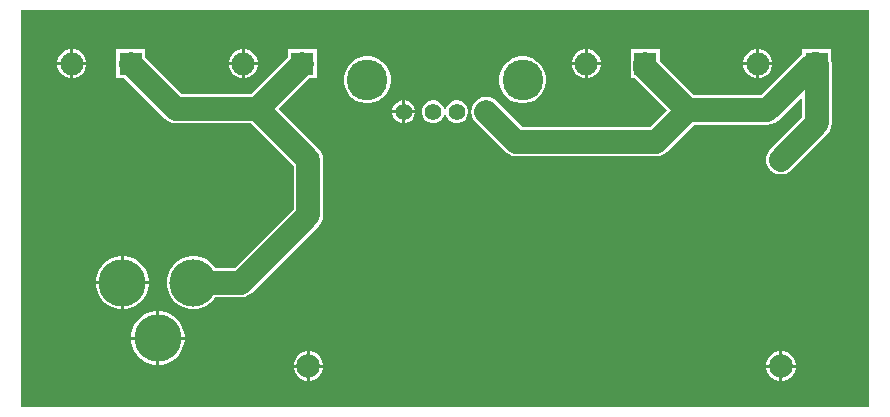
<source format=gtl>
G04*
G04 #@! TF.GenerationSoftware,Altium Limited,Altium Designer,23.4.1 (23)*
G04*
G04 Layer_Physical_Order=1*
G04 Layer_Color=255*
%FSLAX44Y44*%
%MOMM*%
G71*
G04*
G04 #@! TF.SameCoordinates,AF02C922-6A1C-4A38-A695-A25B514CCAD0*
G04*
G04*
G04 #@! TF.FilePolarity,Positive*
G04*
G01*
G75*
%ADD12C,0.2540*%
%ADD19C,2.0000*%
%ADD20C,2.0000*%
%ADD21C,4.0000*%
%ADD22C,1.4200*%
%ADD23C,3.4500*%
%ADD24C,1.9500*%
%ADD25R,1.9500X1.9500*%
G36*
X2155825Y273050D02*
X1438275D01*
Y609600D01*
X2155825D01*
Y273050D01*
D02*
G37*
%LPC*%
G36*
X1918431Y576109D02*
X1918083D01*
Y565089D01*
X1929102D01*
Y565437D01*
X1928265Y568563D01*
X1926647Y571366D01*
X1924359Y573654D01*
X1921556Y575272D01*
X1918431Y576109D01*
D02*
G37*
G36*
X1482838D02*
X1482490D01*
Y565089D01*
X1493510D01*
Y565437D01*
X1492672Y568563D01*
X1491055Y571366D01*
X1488766Y573654D01*
X1485964Y575272D01*
X1482838Y576109D01*
D02*
G37*
G36*
X1628036D02*
X1627688D01*
Y565089D01*
X1638707D01*
Y565437D01*
X1637870Y568563D01*
X1636252Y571366D01*
X1633964Y573654D01*
X1631161Y575272D01*
X1628036Y576109D01*
D02*
G37*
G36*
X2063628D02*
X2063280D01*
Y565089D01*
X2074300D01*
Y565437D01*
X2073463Y568563D01*
X2071844Y571366D01*
X2069556Y573654D01*
X2066754Y575272D01*
X2063628Y576109D01*
D02*
G37*
G36*
X2060740D02*
X2060392D01*
X2057266Y575272D01*
X2054464Y573654D01*
X2052176Y571366D01*
X2050558Y568563D01*
X2049720Y565437D01*
Y565089D01*
X2060740D01*
Y576109D01*
D02*
G37*
G36*
X1625148D02*
X1624799D01*
X1621674Y575272D01*
X1618871Y573654D01*
X1616583Y571366D01*
X1614965Y568563D01*
X1614128Y565437D01*
Y565089D01*
X1625148D01*
Y576109D01*
D02*
G37*
G36*
X1479950D02*
X1479602D01*
X1476476Y575272D01*
X1473674Y573654D01*
X1471386Y571366D01*
X1469768Y568563D01*
X1468930Y565437D01*
Y565089D01*
X1479950D01*
Y576109D01*
D02*
G37*
G36*
X1915543D02*
X1915195D01*
X1912069Y575272D01*
X1909266Y573654D01*
X1906978Y571366D01*
X1905360Y568563D01*
X1904523Y565437D01*
Y565089D01*
X1915543D01*
Y576109D01*
D02*
G37*
G36*
X2062010Y563819D02*
D01*
D01*
D01*
D02*
G37*
G36*
X2074300Y562549D02*
X2063280D01*
Y551529D01*
X2063628D01*
X2066754Y552367D01*
X2069556Y553985D01*
X2071844Y556273D01*
X2073463Y559076D01*
X2074300Y562201D01*
Y562549D01*
D02*
G37*
G36*
X2060740D02*
X2049720D01*
Y562201D01*
X2050558Y559076D01*
X2052176Y556273D01*
X2054464Y553985D01*
X2057266Y552367D01*
X2060392Y551529D01*
X2060740D01*
Y562549D01*
D02*
G37*
G36*
X1929102D02*
X1918083D01*
Y551529D01*
X1918431D01*
X1921556Y552367D01*
X1924359Y553985D01*
X1926647Y556273D01*
X1928265Y559076D01*
X1929102Y562201D01*
Y562549D01*
D02*
G37*
G36*
X1915543D02*
X1904523D01*
Y562201D01*
X1905360Y559076D01*
X1906978Y556273D01*
X1909266Y553985D01*
X1912069Y552367D01*
X1915195Y551529D01*
X1915543D01*
Y562549D01*
D02*
G37*
G36*
X1638707D02*
X1627688D01*
Y551529D01*
X1628036D01*
X1631161Y552367D01*
X1633964Y553985D01*
X1636252Y556273D01*
X1637870Y559076D01*
X1638707Y562201D01*
Y562549D01*
D02*
G37*
G36*
X1625148D02*
X1614128D01*
Y562201D01*
X1614965Y559076D01*
X1616583Y556273D01*
X1618871Y553985D01*
X1621674Y552367D01*
X1624799Y551529D01*
X1625148D01*
Y562549D01*
D02*
G37*
G36*
X1493510D02*
X1482490D01*
Y551529D01*
X1482838D01*
X1485964Y552367D01*
X1488766Y553985D01*
X1491055Y556273D01*
X1492672Y559076D01*
X1493510Y562201D01*
Y562549D01*
D02*
G37*
G36*
X1479950D02*
X1468930D01*
Y562201D01*
X1469768Y559076D01*
X1471386Y556273D01*
X1473674Y553985D01*
X1476476Y552367D01*
X1479602Y551529D01*
X1479950D01*
Y562549D01*
D02*
G37*
G36*
X1676417Y576468D02*
X1673696Y576109D01*
X1664128D01*
Y569417D01*
X1633139Y538428D01*
X1574498D01*
X1543510Y569417D01*
Y576109D01*
X1533941D01*
X1531220Y576468D01*
X1528499Y576109D01*
X1518930D01*
Y566540D01*
X1518572Y563819D01*
X1518930Y561099D01*
Y551529D01*
X1525623D01*
X1560316Y516837D01*
X1560316Y516836D01*
X1562935Y514826D01*
X1565986Y513563D01*
X1569259Y513132D01*
X1569259Y513132D01*
X1633061D01*
X1668832Y477361D01*
Y440849D01*
X1619091Y391108D01*
X1602657D01*
X1601508Y392828D01*
X1598368Y395968D01*
X1594677Y398435D01*
X1590575Y400134D01*
X1586220Y401000D01*
X1581780D01*
X1577425Y400134D01*
X1573323Y398435D01*
X1569632Y395968D01*
X1566492Y392828D01*
X1564025Y389137D01*
X1562326Y385035D01*
X1561460Y380680D01*
Y376240D01*
X1562326Y371885D01*
X1564025Y367783D01*
X1566492Y364092D01*
X1569632Y360952D01*
X1573323Y358485D01*
X1577425Y356786D01*
X1581780Y355920D01*
X1586220D01*
X1590575Y356786D01*
X1594677Y358485D01*
X1598368Y360952D01*
X1601508Y364092D01*
X1602657Y365812D01*
X1624330D01*
X1624330Y365812D01*
X1627604Y366243D01*
X1630654Y367506D01*
X1633274Y369516D01*
X1690423Y426666D01*
X1690424Y426666D01*
X1692434Y429286D01*
X1693697Y432336D01*
X1694128Y435610D01*
X1694128Y435610D01*
Y482600D01*
X1694128Y482600D01*
X1694020Y483422D01*
Y484251D01*
X1693805Y485052D01*
X1693697Y485874D01*
X1693380Y486640D01*
X1693165Y487441D01*
X1692751Y488159D01*
X1692434Y488924D01*
X1691929Y489582D01*
X1691514Y490300D01*
X1690928Y490886D01*
X1690424Y491544D01*
X1690423Y491544D01*
X1656227Y525741D01*
X1682015Y551529D01*
X1688707D01*
Y561098D01*
X1689066Y563819D01*
X1688707Y566540D01*
Y576109D01*
X1679138D01*
X1676417Y576468D01*
D02*
G37*
G36*
X2112010Y576468D02*
X2109409D01*
X2106688Y576109D01*
X2099720D01*
Y572017D01*
X2064861Y537158D01*
X2008029D01*
X1979171Y566016D01*
X1979102Y566540D01*
Y576109D01*
X1969533D01*
X1966812Y576468D01*
X1964092Y576109D01*
X1954523D01*
Y566540D01*
X1954164Y563819D01*
Y560488D01*
X1954164Y560488D01*
X1954523Y557766D01*
Y551529D01*
X1957883D01*
X1984903Y524510D01*
X1970881Y510488D01*
X1862479D01*
X1840994Y531974D01*
X1838374Y533984D01*
X1835324Y535247D01*
X1832050Y535678D01*
X1828776Y535247D01*
X1825726Y533984D01*
X1823106Y531974D01*
X1821096Y529354D01*
X1819833Y526304D01*
X1819402Y523030D01*
X1819833Y519756D01*
X1821096Y516706D01*
X1823106Y514086D01*
X1848296Y488896D01*
X1848296Y488896D01*
X1850916Y486886D01*
X1853966Y485623D01*
X1857240Y485192D01*
X1976120D01*
X1976120Y485192D01*
X1979394Y485623D01*
X1982444Y486886D01*
X1985064Y488896D01*
X2008029Y511862D01*
X2070100D01*
X2070100Y511862D01*
X2073374Y512293D01*
X2076424Y513556D01*
X2079044Y515566D01*
X2098188Y534711D01*
X2099362Y534225D01*
Y518369D01*
X2072536Y491544D01*
X2072032Y490886D01*
X2071445Y490300D01*
X2071031Y489582D01*
X2070526Y488924D01*
X2070209Y488159D01*
X2069795Y487441D01*
X2069580Y486640D01*
X2069263Y485874D01*
X2069155Y485052D01*
X2068940Y484251D01*
Y483422D01*
X2068832Y482600D01*
X2068940Y481778D01*
Y480950D01*
X2069155Y480149D01*
X2069263Y479327D01*
X2069580Y478561D01*
X2069795Y477760D01*
X2070209Y477042D01*
X2070526Y476276D01*
X2071031Y475619D01*
X2071445Y474901D01*
X2072032Y474315D01*
X2072536Y473657D01*
X2073194Y473152D01*
X2073780Y472566D01*
X2074498Y472151D01*
X2075156Y471647D01*
X2075922Y471329D01*
X2076640Y470915D01*
X2077440Y470700D01*
X2078206Y470383D01*
X2079028Y470275D01*
X2079829Y470060D01*
X2080658D01*
X2081480Y469952D01*
X2082302Y470060D01*
X2083131D01*
X2083932Y470275D01*
X2084754Y470383D01*
X2085520Y470700D01*
X2086320Y470915D01*
X2087038Y471329D01*
X2087804Y471647D01*
X2088462Y472151D01*
X2089180Y472566D01*
X2089766Y473152D01*
X2090424Y473657D01*
X2120954Y504187D01*
X2120954Y504187D01*
X2122964Y506806D01*
X2124227Y509857D01*
X2124658Y513130D01*
X2124658Y513130D01*
Y563819D01*
X2124300Y566540D01*
Y576109D01*
X2114731D01*
X2112010Y576468D01*
D02*
G37*
G36*
X1864699Y569920D02*
X1860801D01*
X1856978Y569160D01*
X1853376Y567668D01*
X1850135Y565502D01*
X1847378Y562745D01*
X1845212Y559504D01*
X1843721Y555902D01*
X1842960Y552079D01*
Y548181D01*
X1843721Y544357D01*
X1845212Y540756D01*
X1847378Y537515D01*
X1850135Y534758D01*
X1853376Y532592D01*
X1856978Y531101D01*
X1860801Y530340D01*
X1864699D01*
X1868522Y531101D01*
X1872124Y532592D01*
X1875365Y534758D01*
X1878122Y537515D01*
X1880288Y540756D01*
X1881779Y544357D01*
X1882540Y548181D01*
Y552079D01*
X1881779Y555902D01*
X1880288Y559504D01*
X1878122Y562745D01*
X1875365Y565502D01*
X1872124Y567668D01*
X1868522Y569160D01*
X1864699Y569920D01*
D02*
G37*
G36*
X1733299D02*
X1729401D01*
X1725578Y569160D01*
X1721976Y567668D01*
X1718735Y565502D01*
X1715978Y562745D01*
X1713812Y559504D01*
X1712321Y555902D01*
X1711560Y552079D01*
Y548181D01*
X1712321Y544357D01*
X1713812Y540756D01*
X1715978Y537515D01*
X1718735Y534758D01*
X1721976Y532592D01*
X1725578Y531101D01*
X1729401Y530340D01*
X1733299D01*
X1737122Y531101D01*
X1740724Y532592D01*
X1743965Y534758D01*
X1746722Y537515D01*
X1748888Y540756D01*
X1750379Y544357D01*
X1751140Y548181D01*
Y552079D01*
X1750379Y555902D01*
X1748888Y559504D01*
X1746722Y562745D01*
X1743965Y565502D01*
X1740724Y567668D01*
X1737122Y569160D01*
X1733299Y569920D01*
D02*
G37*
G36*
X1808319Y532670D02*
X1805781D01*
X1803329Y532013D01*
X1801131Y530744D01*
X1799336Y528949D01*
X1798067Y526751D01*
X1797707Y525409D01*
X1796393D01*
X1796033Y526751D01*
X1794764Y528949D01*
X1792969Y530744D01*
X1790771Y532013D01*
X1788319Y532670D01*
X1785781D01*
X1783329Y532013D01*
X1781131Y530744D01*
X1779336Y528949D01*
X1778067Y526751D01*
X1777410Y524299D01*
Y521761D01*
X1778067Y519309D01*
X1779336Y517111D01*
X1781131Y515316D01*
X1783329Y514047D01*
X1785781Y513390D01*
X1788319D01*
X1790771Y514047D01*
X1792969Y515316D01*
X1794764Y517111D01*
X1796033Y519309D01*
X1796393Y520651D01*
X1797707D01*
X1798067Y519309D01*
X1799336Y517111D01*
X1801131Y515316D01*
X1803329Y514047D01*
X1805781Y513390D01*
X1808319D01*
X1810771Y514047D01*
X1812969Y515316D01*
X1814764Y517111D01*
X1816033Y519309D01*
X1816690Y521761D01*
Y524299D01*
X1816033Y526751D01*
X1814764Y528949D01*
X1812969Y530744D01*
X1810771Y532013D01*
X1808319Y532670D01*
D02*
G37*
G36*
X1763320Y532670D02*
Y524300D01*
X1771690D01*
X1771033Y526751D01*
X1769764Y528949D01*
X1767969Y530744D01*
X1765771Y532013D01*
X1763320Y532670D01*
D02*
G37*
G36*
X1760780Y532670D02*
X1758329Y532013D01*
X1756131Y530744D01*
X1754336Y528949D01*
X1753067Y526751D01*
X1752410Y524300D01*
X1760780D01*
Y532670D01*
D02*
G37*
G36*
X1771690Y521760D02*
X1763320D01*
Y513390D01*
X1765771Y514047D01*
X1767969Y515316D01*
X1769764Y517111D01*
X1771033Y519309D01*
X1771690Y521760D01*
D02*
G37*
G36*
X1760780D02*
X1752410D01*
X1753067Y519309D01*
X1754336Y517111D01*
X1756131Y515316D01*
X1758329Y514047D01*
X1760780Y513390D01*
Y521760D01*
D02*
G37*
G36*
X1526220Y401000D02*
X1525270D01*
Y379730D01*
X1546540D01*
Y380680D01*
X1545674Y385035D01*
X1543975Y389137D01*
X1541508Y392828D01*
X1538368Y395968D01*
X1534677Y398435D01*
X1530575Y400134D01*
X1526220Y401000D01*
D02*
G37*
G36*
X1522730D02*
X1521780D01*
X1517425Y400134D01*
X1513323Y398435D01*
X1509632Y395968D01*
X1506492Y392828D01*
X1504025Y389137D01*
X1502326Y385035D01*
X1501460Y380680D01*
Y379730D01*
X1522730D01*
Y401000D01*
D02*
G37*
G36*
X1546540Y377190D02*
X1525270D01*
Y355920D01*
X1526220D01*
X1530575Y356786D01*
X1534677Y358485D01*
X1538368Y360952D01*
X1541508Y364092D01*
X1543975Y367783D01*
X1545674Y371885D01*
X1546540Y376240D01*
Y377190D01*
D02*
G37*
G36*
X1522730D02*
X1501460D01*
Y376240D01*
X1502326Y371885D01*
X1504025Y367783D01*
X1506492Y364092D01*
X1509632Y360952D01*
X1513323Y358485D01*
X1517425Y356786D01*
X1521780Y355920D01*
X1522730D01*
Y377190D01*
D02*
G37*
G36*
X1556220Y354000D02*
X1555270D01*
Y332730D01*
X1576540D01*
Y333680D01*
X1575674Y338035D01*
X1573975Y342137D01*
X1571508Y345828D01*
X1568368Y348968D01*
X1564677Y351435D01*
X1560575Y353134D01*
X1556220Y354000D01*
D02*
G37*
G36*
X1552730D02*
X1551780D01*
X1547425Y353134D01*
X1543323Y351435D01*
X1539632Y348968D01*
X1536492Y345828D01*
X1534025Y342137D01*
X1532326Y338035D01*
X1531460Y333680D01*
Y332730D01*
X1552730D01*
Y354000D01*
D02*
G37*
G36*
X1576540Y330190D02*
X1555270D01*
Y308920D01*
X1556220D01*
X1560575Y309786D01*
X1564677Y311485D01*
X1568368Y313952D01*
X1571508Y317092D01*
X1573975Y320783D01*
X1575674Y324885D01*
X1576540Y329240D01*
Y330190D01*
D02*
G37*
G36*
X1552730D02*
X1531460D01*
Y329240D01*
X1532326Y324885D01*
X1534025Y320783D01*
X1536492Y317092D01*
X1539632Y313952D01*
X1543323Y311485D01*
X1547425Y309786D01*
X1551780Y308920D01*
X1552730D01*
Y330190D01*
D02*
G37*
G36*
X2083131Y320140D02*
X2082750D01*
Y308870D01*
X2094020D01*
Y309251D01*
X2093165Y312440D01*
X2091514Y315299D01*
X2089180Y317634D01*
X2086320Y319285D01*
X2083131Y320140D01*
D02*
G37*
G36*
X2080210D02*
X2079829D01*
X2076640Y319285D01*
X2073780Y317634D01*
X2071445Y315299D01*
X2069795Y312440D01*
X2068940Y309251D01*
Y308870D01*
X2080210D01*
Y320140D01*
D02*
G37*
G36*
X1683131D02*
X1682750D01*
Y308870D01*
X1694020D01*
Y309251D01*
X1693165Y312440D01*
X1691514Y315299D01*
X1689180Y317634D01*
X1686320Y319285D01*
X1683131Y320140D01*
D02*
G37*
G36*
X1680210D02*
X1679829D01*
X1676640Y319285D01*
X1673780Y317634D01*
X1671445Y315299D01*
X1669795Y312440D01*
X1668940Y309251D01*
Y308870D01*
X1680210D01*
Y320140D01*
D02*
G37*
G36*
X2094020Y306330D02*
X2082750D01*
Y295060D01*
X2083131D01*
X2086320Y295914D01*
X2089180Y297565D01*
X2091514Y299900D01*
X2093165Y302759D01*
X2094020Y305949D01*
Y306330D01*
D02*
G37*
G36*
X2080210D02*
X2068940D01*
Y305949D01*
X2069795Y302759D01*
X2071445Y299900D01*
X2073780Y297565D01*
X2076640Y295914D01*
X2079829Y295060D01*
X2080210D01*
Y306330D01*
D02*
G37*
G36*
X1694020D02*
X1682750D01*
Y295060D01*
X1683131D01*
X1686320Y295914D01*
X1689180Y297565D01*
X1691514Y299900D01*
X1693165Y302759D01*
X1694020Y305949D01*
Y306330D01*
D02*
G37*
G36*
X1680210D02*
X1668940D01*
Y305949D01*
X1669795Y302759D01*
X1671445Y299900D01*
X1673780Y297565D01*
X1676640Y295914D01*
X1679829Y295060D01*
X1680210D01*
Y306330D01*
D02*
G37*
%LPD*%
D12*
X1638378Y525702D02*
Y525780D01*
D19*
Y525702D02*
X1681480Y482600D01*
Y435610D02*
Y482600D01*
X1624330Y378460D02*
X1681480Y435610D01*
X1584000Y378460D02*
X1624330D01*
X1531220Y563819D02*
X1569259Y525780D01*
X1638378D01*
X1676417Y563819D01*
X1832050Y523030D02*
X1857240Y497840D01*
X1976120D02*
X2002790Y524510D01*
X1857240Y497840D02*
X1976120D01*
X2109409Y563819D02*
X2112010D01*
Y513130D02*
Y563819D01*
X2070100Y524510D02*
X2109409Y563819D01*
X2002790Y524510D02*
X2070100D01*
X2081480Y482600D02*
X2112010Y513130D01*
X1966812Y560488D02*
Y563819D01*
Y560488D02*
X2002790Y524510D01*
D20*
X1681480Y307600D02*
D03*
Y482600D02*
D03*
X2081480Y307600D02*
D03*
Y482600D02*
D03*
D21*
X1584000Y378460D02*
D03*
X1524000D02*
D03*
X1554000Y331460D02*
D03*
D22*
X1787050Y523030D02*
D03*
X1807050D02*
D03*
X1762050D02*
D03*
X1832050D02*
D03*
D23*
X1862750Y550130D02*
D03*
X1731350D02*
D03*
D24*
X1916812Y563819D02*
D03*
X1626418D02*
D03*
X2062010D02*
D03*
X1481220D02*
D03*
D25*
X1966812D02*
D03*
X1676417D02*
D03*
X2112010D02*
D03*
X1531220D02*
D03*
M02*

</source>
